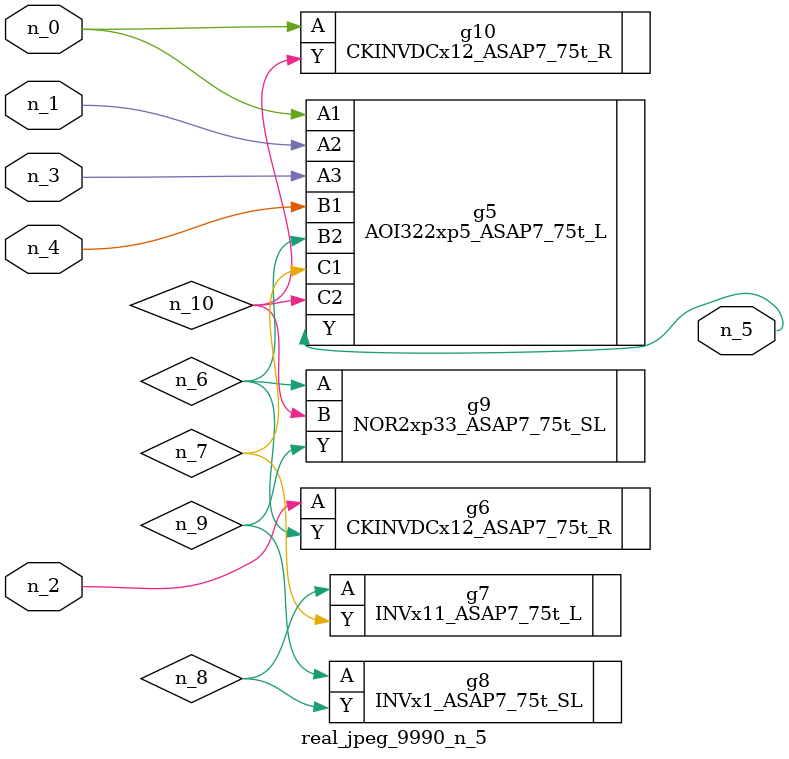
<source format=v>
module real_jpeg_9990_n_5 (n_4, n_0, n_1, n_2, n_3, n_5);

input n_4;
input n_0;
input n_1;
input n_2;
input n_3;

output n_5;

wire n_8;
wire n_6;
wire n_7;
wire n_10;
wire n_9;

AOI322xp5_ASAP7_75t_L g5 ( 
.A1(n_0),
.A2(n_1),
.A3(n_3),
.B1(n_4),
.B2(n_6),
.C1(n_7),
.C2(n_10),
.Y(n_5)
);

CKINVDCx12_ASAP7_75t_R g10 ( 
.A(n_0),
.Y(n_10)
);

CKINVDCx12_ASAP7_75t_R g6 ( 
.A(n_2),
.Y(n_6)
);

NOR2xp33_ASAP7_75t_SL g9 ( 
.A(n_6),
.B(n_10),
.Y(n_9)
);

INVx11_ASAP7_75t_L g7 ( 
.A(n_8),
.Y(n_7)
);

INVx1_ASAP7_75t_SL g8 ( 
.A(n_9),
.Y(n_8)
);


endmodule
</source>
